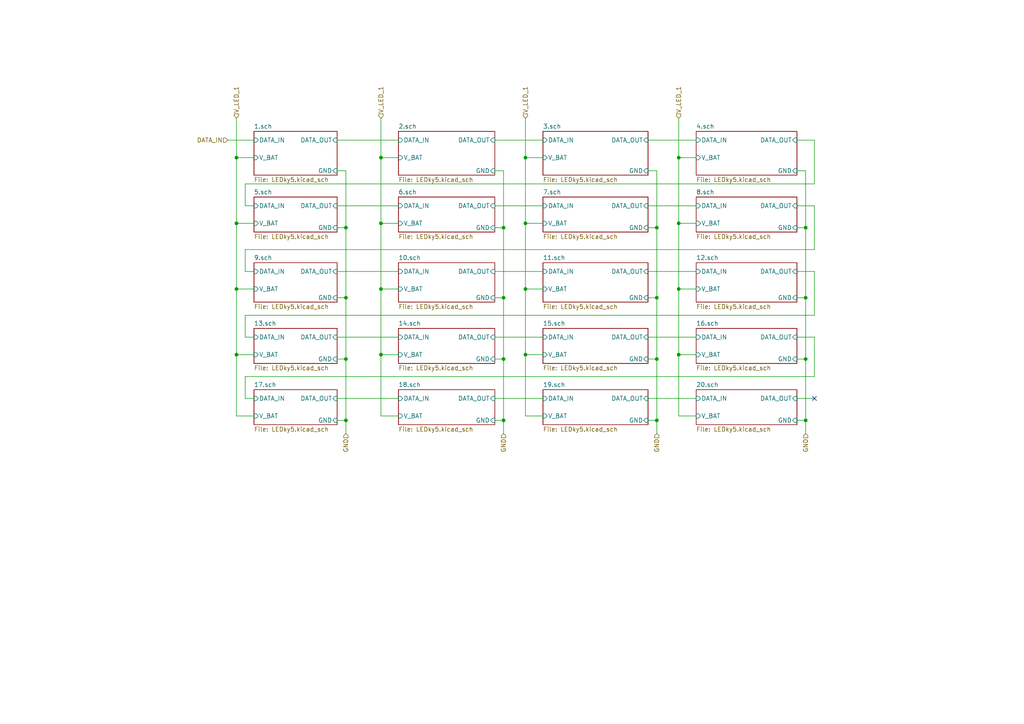
<source format=kicad_sch>
(kicad_sch (version 20230121) (generator eeschema)
  (paper "A4")
  (lib_symbols)
  (junction (at 68.58 83.82))
  (junction (at 68.58 102.87))
  (junction (at 196.85 83.82))
  (junction (at 190.5 104.14))
  (junction (at 110.49 102.87))
  (junction (at 233.68 121.92))
  (junction (at 110.49 83.82))
  (junction (at 152.4 45.72))
  (junction (at 196.85 102.87))
  (junction (at 68.58 64.77))
  (junction (at 68.58 45.72))
  (junction (at 190.5 121.92))
  (junction (at 196.85 64.77))
  (junction (at 190.5 66.04))
  (junction (at 152.4 102.87))
  (junction (at 146.05 104.14))
  (junction (at 233.68 104.14))
  (junction (at 146.05 66.04))
  (junction (at 233.68 86.36))
  (junction (at 100.33 104.14))
  (junction (at 100.33 121.92))
  (junction (at 100.33 86.36))
  (junction (at 100.33 66.04))
  (junction (at 146.05 86.36))
  (junction (at 152.4 64.77))
  (junction (at 233.68 66.04))
  (junction (at 152.4 83.82))
  (junction (at 196.85 45.72))
  (junction (at 190.5 86.36))
  (junction (at 110.49 45.72))
  (junction (at 146.05 121.92))
  (junction (at 110.49 64.77))
  (no_connect (at 236.22 115.57))
  (wire (pts (xy 115.57 115.57) (xy 97.79 115.57)))
  (wire (pts (xy 146.05 86.36) (xy 146.05 104.14)))
  (wire (pts (xy 100.33 121.92) (xy 97.79 121.92)))
  (wire (pts (xy 233.68 121.92) (xy 233.68 125.73)))
  (wire (pts (xy 71.12 72.39) (xy 71.12 78.74)))
  (wire (pts (xy 196.85 102.87) (xy 201.93 102.87)))
  (wire (pts (xy 190.5 49.53) (xy 190.5 66.04)))
  (wire (pts (xy 236.22 78.74) (xy 236.22 91.44)))
  (wire (pts (xy 71.12 78.74) (xy 73.66 78.74)))
  (wire (pts (xy 236.22 91.44) (xy 71.12 91.44)))
  (wire (pts (xy 100.33 49.53) (xy 100.33 66.04)))
  (wire (pts (xy 201.93 97.79) (xy 187.96 97.79)))
  (wire (pts (xy 68.58 64.77) (xy 73.66 64.77)))
  (wire (pts (xy 66.04 40.64) (xy 73.66 40.64)))
  (wire (pts (xy 110.49 45.72) (xy 110.49 64.77)))
  (wire (pts (xy 157.48 40.64) (xy 143.51 40.64)))
  (wire (pts (xy 68.58 64.77) (xy 68.58 83.82)))
  (wire (pts (xy 68.58 102.87) (xy 68.58 120.65)))
  (wire (pts (xy 68.58 45.72) (xy 73.66 45.72)))
  (wire (pts (xy 146.05 49.53) (xy 146.05 66.04)))
  (wire (pts (xy 71.12 109.22) (xy 71.12 115.57)))
  (wire (pts (xy 68.58 34.29) (xy 68.58 45.72)))
  (wire (pts (xy 152.4 34.29) (xy 152.4 45.72)))
  (wire (pts (xy 196.85 64.77) (xy 196.85 83.82)))
  (wire (pts (xy 115.57 78.74) (xy 97.79 78.74)))
  (wire (pts (xy 201.93 78.74) (xy 187.96 78.74)))
  (wire (pts (xy 115.57 120.65) (xy 110.49 120.65)))
  (wire (pts (xy 68.58 102.87) (xy 73.66 102.87)))
  (wire (pts (xy 97.79 40.64) (xy 115.57 40.64)))
  (wire (pts (xy 196.85 83.82) (xy 201.93 83.82)))
  (wire (pts (xy 110.49 64.77) (xy 115.57 64.77)))
  (wire (pts (xy 146.05 121.92) (xy 143.51 121.92)))
  (wire (pts (xy 236.22 72.39) (xy 71.12 72.39)))
  (wire (pts (xy 157.48 120.65) (xy 152.4 120.65)))
  (wire (pts (xy 68.58 83.82) (xy 68.58 102.87)))
  (wire (pts (xy 233.68 104.14) (xy 231.14 104.14)))
  (wire (pts (xy 152.4 102.87) (xy 157.48 102.87)))
  (wire (pts (xy 201.93 40.64) (xy 187.96 40.64)))
  (wire (pts (xy 196.85 45.72) (xy 201.93 45.72)))
  (wire (pts (xy 233.68 49.53) (xy 233.68 66.04)))
  (wire (pts (xy 236.22 109.22) (xy 71.12 109.22)))
  (wire (pts (xy 97.79 86.36) (xy 100.33 86.36)))
  (wire (pts (xy 152.4 45.72) (xy 157.48 45.72)))
  (wire (pts (xy 233.68 49.53) (xy 231.14 49.53)))
  (wire (pts (xy 152.4 102.87) (xy 152.4 120.65)))
  (wire (pts (xy 97.79 59.69) (xy 115.57 59.69)))
  (wire (pts (xy 187.96 86.36) (xy 190.5 86.36)))
  (wire (pts (xy 110.49 45.72) (xy 115.57 45.72)))
  (wire (pts (xy 152.4 45.72) (xy 152.4 64.77)))
  (wire (pts (xy 71.12 97.79) (xy 73.66 97.79)))
  (wire (pts (xy 146.05 66.04) (xy 143.51 66.04)))
  (wire (pts (xy 97.79 97.79) (xy 115.57 97.79)))
  (wire (pts (xy 100.33 66.04) (xy 97.79 66.04)))
  (wire (pts (xy 196.85 64.77) (xy 201.93 64.77)))
  (wire (pts (xy 100.33 49.53) (xy 97.79 49.53)))
  (wire (pts (xy 143.51 97.79) (xy 157.48 97.79)))
  (wire (pts (xy 152.4 64.77) (xy 152.4 83.82)))
  (wire (pts (xy 146.05 121.92) (xy 146.05 125.73)))
  (wire (pts (xy 110.49 83.82) (xy 110.49 102.87)))
  (wire (pts (xy 187.96 59.69) (xy 201.93 59.69)))
  (wire (pts (xy 196.85 83.82) (xy 196.85 102.87)))
  (wire (pts (xy 152.4 83.82) (xy 157.48 83.82)))
  (wire (pts (xy 233.68 66.04) (xy 233.68 86.36)))
  (wire (pts (xy 71.12 91.44) (xy 71.12 97.79)))
  (wire (pts (xy 190.5 121.92) (xy 190.5 125.73)))
  (wire (pts (xy 110.49 102.87) (xy 110.49 120.65)))
  (wire (pts (xy 196.85 34.29) (xy 196.85 45.72)))
  (wire (pts (xy 157.48 78.74) (xy 143.51 78.74)))
  (wire (pts (xy 190.5 104.14) (xy 187.96 104.14)))
  (wire (pts (xy 110.49 102.87) (xy 115.57 102.87)))
  (wire (pts (xy 231.14 59.69) (xy 236.22 59.69)))
  (wire (pts (xy 71.12 115.57) (xy 73.66 115.57)))
  (wire (pts (xy 146.05 49.53) (xy 143.51 49.53)))
  (wire (pts (xy 146.05 104.14) (xy 146.05 121.92)))
  (wire (pts (xy 190.5 66.04) (xy 190.5 86.36)))
  (wire (pts (xy 143.51 86.36) (xy 146.05 86.36)))
  (wire (pts (xy 110.49 64.77) (xy 110.49 83.82)))
  (wire (pts (xy 146.05 104.14) (xy 143.51 104.14)))
  (wire (pts (xy 233.68 66.04) (xy 231.14 66.04)))
  (wire (pts (xy 146.05 66.04) (xy 146.05 86.36)))
  (wire (pts (xy 68.58 45.72) (xy 68.58 64.77)))
  (wire (pts (xy 236.22 53.34) (xy 71.12 53.34)))
  (wire (pts (xy 100.33 104.14) (xy 100.33 121.92)))
  (wire (pts (xy 190.5 66.04) (xy 187.96 66.04)))
  (wire (pts (xy 236.22 59.69) (xy 236.22 72.39)))
  (wire (pts (xy 196.85 102.87) (xy 196.85 120.65)))
  (wire (pts (xy 110.49 34.29) (xy 110.49 45.72)))
  (wire (pts (xy 68.58 83.82) (xy 73.66 83.82)))
  (wire (pts (xy 190.5 86.36) (xy 190.5 104.14)))
  (wire (pts (xy 100.33 104.14) (xy 97.79 104.14)))
  (wire (pts (xy 100.33 86.36) (xy 100.33 104.14)))
  (wire (pts (xy 100.33 66.04) (xy 100.33 86.36)))
  (wire (pts (xy 231.14 40.64) (xy 236.22 40.64)))
  (wire (pts (xy 190.5 104.14) (xy 190.5 121.92)))
  (wire (pts (xy 71.12 53.34) (xy 71.12 59.69)))
  (wire (pts (xy 73.66 120.65) (xy 68.58 120.65)))
  (wire (pts (xy 201.93 115.57) (xy 187.96 115.57)))
  (wire (pts (xy 110.49 83.82) (xy 115.57 83.82)))
  (wire (pts (xy 236.22 40.64) (xy 236.22 53.34)))
  (wire (pts (xy 152.4 64.77) (xy 157.48 64.77)))
  (wire (pts (xy 190.5 49.53) (xy 187.96 49.53)))
  (wire (pts (xy 143.51 59.69) (xy 157.48 59.69)))
  (wire (pts (xy 201.93 120.65) (xy 196.85 120.65)))
  (wire (pts (xy 231.14 115.57) (xy 236.22 115.57)))
  (wire (pts (xy 152.4 83.82) (xy 152.4 102.87)))
  (wire (pts (xy 157.48 115.57) (xy 143.51 115.57)))
  (wire (pts (xy 233.68 104.14) (xy 233.68 121.92)))
  (wire (pts (xy 233.68 121.92) (xy 231.14 121.92)))
  (wire (pts (xy 100.33 121.92) (xy 100.33 125.73)))
  (wire (pts (xy 231.14 86.36) (xy 233.68 86.36)))
  (wire (pts (xy 233.68 86.36) (xy 233.68 104.14)))
  (wire (pts (xy 231.14 78.74) (xy 236.22 78.74)))
  (wire (pts (xy 196.85 45.72) (xy 196.85 64.77)))
  (wire (pts (xy 236.22 97.79) (xy 236.22 109.22)))
  (wire (pts (xy 71.12 59.69) (xy 73.66 59.69)))
  (wire (pts (xy 190.5 121.92) (xy 187.96 121.92)))
  (wire (pts (xy 231.14 97.79) (xy 236.22 97.79)))
  (hierarchical_label "V_LED_1" (shape input) (at 152.4 34.29 90))
  (hierarchical_label "GND" (shape input) (at 146.05 125.73 270))
  (hierarchical_label "V_LED_1" (shape input) (at 196.85 34.29 90))
  (hierarchical_label "GND" (shape input) (at 190.5 125.73 270))
  (hierarchical_label "V_LED_1" (shape input) (at 110.49 34.29 90))
  (hierarchical_label "GND" (shape input) (at 100.33 125.73 270))
  (hierarchical_label "GND" (shape input) (at 233.68 125.73 270))
  (hierarchical_label "V_LED_1" (shape input) (at 68.58 34.29 90))
  (hierarchical_label "DATA_IN" (shape input) (at 66.04 40.64 180))
  (sheet (at 73.66 38.1) (size 24.13 12.7)
    (property "Sheetname" "1.sch" (at 73.66 37.3884 0) (effects (justify left bottom)))
    (property "Sheetfile" "LEDky5.kicad_sch" (at 73.66 51.3846 0) (effects (justify left top)))
    (pin "DATA_IN" input (at 73.66 40.64 180))
    (pin "DATA_OUT" input (at 97.79 40.64 0))
    (pin "V_BAT" input (at 73.66 45.72 180))
    (pin "GND" input (at 97.79 49.53 0))
  )
  (sheet (at 115.57 38.1) (size 27.94 12.7)
    (property "Sheetname" "2.sch" (at 115.57 37.3884 0) (effects (justify left bottom)))
    (property "Sheetfile" "LEDky5.kicad_sch" (at 115.57 51.3846 0) (effects (justify left top)))
    (pin "DATA_IN" input (at 115.57 40.64 180))
    (pin "V_BAT" input (at 115.57 45.72 180))
    (pin "DATA_OUT" input (at 143.51 40.64 0))
    (pin "GND" input (at 143.51 49.53 0))
  )
  (sheet (at 157.48 38.1) (size 30.48 12.7)
    (property "Sheetname" "3.sch" (at 157.48 37.3884 0) (effects (justify left bottom)))
    (property "Sheetfile" "LEDky5.kicad_sch" (at 157.48 51.3846 0) (effects (justify left top)))
    (pin "DATA_IN" input (at 157.48 40.64 180))
    (pin "V_BAT" input (at 157.48 45.72 180))
    (pin "DATA_OUT" input (at 187.96 40.64 0))
    (pin "GND" input (at 187.96 49.53 0))
  )
  (sheet (at 201.93 38.1) (size 29.21 12.7)
    (property "Sheetname" "4.sch" (at 201.93 37.3884 0) (effects (justify left bottom)))
    (property "Sheetfile" "LEDky5.kicad_sch" (at 201.93 51.3846 0) (effects (justify left top)))
    (pin "DATA_IN" input (at 201.93 40.64 180))
    (pin "V_BAT" input (at 201.93 45.72 180))
    (pin "DATA_OUT" input (at 231.14 40.64 0))
    (pin "GND" input (at 231.14 49.53 0))
  )
  (sheet (at 73.66 57.15) (size 24.13 10.16)
    (property "Sheetname" "5.sch" (at 73.66 56.4384 0) (effects (justify left bottom)))
    (property "Sheetfile" "LEDky5.kicad_sch" (at 73.66 67.8946 0) (effects (justify left top)))
    (pin "DATA_IN" input (at 73.66 59.69 180))
    (pin "V_BAT" input (at 73.66 64.77 180))
    (pin "DATA_OUT" input (at 97.79 59.69 0))
    (pin "GND" input (at 97.79 66.04 0))
  )
  (sheet (at 115.57 57.15) (size 27.94 10.16)
    (property "Sheetname" "6.sch" (at 115.57 56.4384 0) (effects (justify left bottom)))
    (property "Sheetfile" "LEDky5.kicad_sch" (at 115.57 67.8946 0) (effects (justify left top)))
    (pin "DATA_IN" input (at 115.57 59.69 180))
    (pin "V_BAT" input (at 115.57 64.77 180))
    (pin "DATA_OUT" input (at 143.51 59.69 0))
    (pin "GND" input (at 143.51 66.04 0))
  )
  (sheet (at 157.48 57.15) (size 30.48 10.16)
    (property "Sheetname" "7.sch" (at 157.48 56.4384 0) (effects (justify left bottom)))
    (property "Sheetfile" "LEDky5.kicad_sch" (at 157.48 67.8946 0) (effects (justify left top)))
    (pin "DATA_IN" input (at 157.48 59.69 180))
    (pin "V_BAT" input (at 157.48 64.77 180))
    (pin "DATA_OUT" input (at 187.96 59.69 0))
    (pin "GND" input (at 187.96 66.04 0))
  )
  (sheet (at 201.93 57.15) (size 29.21 10.16)
    (property "Sheetname" "8.sch" (at 201.93 56.4384 0) (effects (justify left bottom)))
    (property "Sheetfile" "LEDky5.kicad_sch" (at 201.93 67.8946 0) (effects (justify left top)))
    (pin "DATA_IN" input (at 201.93 59.69 180))
    (pin "V_BAT" input (at 201.93 64.77 180))
    (pin "DATA_OUT" input (at 231.14 59.69 0))
    (pin "GND" input (at 231.14 66.04 0))
  )
  (sheet (at 73.66 76.2) (size 24.13 11.43)
    (property "Sheetname" "9.sch" (at 73.66 75.4884 0) (effects (justify left bottom)))
    (property "Sheetfile" "LEDky5.kicad_sch" (at 73.66 88.2146 0) (effects (justify left top)))
    (pin "DATA_IN" input (at 73.66 78.74 180))
    (pin "V_BAT" input (at 73.66 83.82 180))
    (pin "DATA_OUT" input (at 97.79 78.74 0))
    (pin "GND" input (at 97.79 86.36 0))
  )
  (sheet (at 115.57 76.2) (size 27.94 11.43)
    (property "Sheetname" "10.sch" (at 115.57 75.4884 0) (effects (justify left bottom)))
    (property "Sheetfile" "LEDky5.kicad_sch" (at 115.57 88.2146 0) (effects (justify left top)))
    (pin "DATA_IN" input (at 115.57 78.74 180))
    (pin "V_BAT" input (at 115.57 83.82 180))
    (pin "DATA_OUT" input (at 143.51 78.74 0))
    (pin "GND" input (at 143.51 86.36 0))
  )
  (sheet (at 157.48 76.2) (size 30.48 11.43)
    (property "Sheetname" "11.sch" (at 157.48 75.4884 0) (effects (justify left bottom)))
    (property "Sheetfile" "LEDky5.kicad_sch" (at 157.48 88.2146 0) (effects (justify left top)))
    (pin "DATA_IN" input (at 157.48 78.74 180))
    (pin "V_BAT" input (at 157.48 83.82 180))
    (pin "DATA_OUT" input (at 187.96 78.74 0))
    (pin "GND" input (at 187.96 86.36 0))
  )
  (sheet (at 201.93 76.2) (size 29.21 11.43)
    (property "Sheetname" "12.sch" (at 201.93 75.4884 0) (effects (justify left bottom)))
    (property "Sheetfile" "LEDky5.kicad_sch" (at 201.93 88.2146 0) (effects (justify left top)))
    (pin "DATA_IN" input (at 201.93 78.74 180))
    (pin "V_BAT" input (at 201.93 83.82 180))
    (pin "DATA_OUT" input (at 231.14 78.74 0))
    (pin "GND" input (at 231.14 86.36 0))
  )
  (sheet (at 73.66 95.25) (size 24.13 10.16)
    (property "Sheetname" "13.sch" (at 73.66 94.5384 0) (effects (justify left bottom)))
    (property "Sheetfile" "LEDky5.kicad_sch" (at 73.66 105.9946 0) (effects (justify left top)))
    (pin "DATA_IN" input (at 73.66 97.79 180))
    (pin "V_BAT" input (at 73.66 102.87 180))
    (pin "DATA_OUT" input (at 97.79 97.79 0))
    (pin "GND" input (at 97.79 104.14 0))
  )
  (sheet (at 115.57 95.25) (size 27.94 10.16)
    (property "Sheetname" "14.sch" (at 115.57 94.5384 0) (effects (justify left bottom)))
    (property "Sheetfile" "LEDky5.kicad_sch" (at 115.57 105.9946 0) (effects (justify left top)))
    (pin "DATA_IN" input (at 115.57 97.79 180))
    (pin "V_BAT" input (at 115.57 102.87 180))
    (pin "DATA_OUT" input (at 143.51 97.79 0))
    (pin "GND" input (at 143.51 104.14 0))
  )
  (sheet (at 157.48 95.25) (size 30.48 10.16)
    (property "Sheetname" "15.sch" (at 157.48 94.5384 0) (effects (justify left bottom)))
    (property "Sheetfile" "LEDky5.kicad_sch" (at 157.48 105.9946 0) (effects (justify left top)))
    (pin "DATA_IN" input (at 157.48 97.79 180))
    (pin "V_BAT" input (at 157.48 102.87 180))
    (pin "DATA_OUT" input (at 187.96 97.79 0))
    (pin "GND" input (at 187.96 104.14 0))
  )
  (sheet (at 201.93 95.25) (size 29.21 10.16)
    (property "Sheetname" "16.sch" (at 201.93 94.5384 0) (effects (justify left bottom)))
    (property "Sheetfile" "LEDky5.kicad_sch" (at 201.93 105.9946 0) (effects (justify left top)))
    (pin "DATA_IN" input (at 201.93 97.79 180))
    (pin "V_BAT" input (at 201.93 102.87 180))
    (pin "DATA_OUT" input (at 231.14 97.79 0))
    (pin "GND" input (at 231.14 104.14 0))
  )
  (sheet (at 73.66 113.03) (size 24.13 10.16)
    (property "Sheetname" "17.sch" (at 73.66 112.3184 0) (effects (justify left bottom)))
    (property "Sheetfile" "LEDky5.kicad_sch" (at 73.66 123.7746 0) (effects (justify left top)))
    (pin "DATA_IN" input (at 73.66 115.57 180))
    (pin "V_BAT" input (at 73.66 120.65 180))
    (pin "DATA_OUT" input (at 97.79 115.57 0))
    (pin "GND" input (at 97.79 121.92 0))
  )
  (sheet (at 115.57 113.03) (size 27.94 10.16)
    (property "Sheetname" "18.sch" (at 115.57 112.3184 0) (effects (justify left bottom)))
    (property "Sheetfile" "LEDky5.kicad_sch" (at 115.57 123.7746 0) (effects (justify left top)))
    (pin "DATA_IN" input (at 115.57 115.57 180))
    (pin "V_BAT" input (at 115.57 120.65 180))
    (pin "DATA_OUT" input (at 143.51 115.57 0))
    (pin "GND" input (at 143.51 121.92 0))
  )
  (sheet (at 157.48 113.03) (size 30.48 10.16)
    (property "Sheetname" "19.sch" (at 157.48 112.3184 0) (effects (justify left bottom)))
    (property "Sheetfile" "LEDky5.kicad_sch" (at 157.48 123.7746 0) (effects (justify left top)))
    (pin "DATA_IN" input (at 157.48 115.57 180))
    (pin "V_BAT" input (at 157.48 120.65 180))
    (pin "DATA_OUT" input (at 187.96 115.57 0))
    (pin "GND" input (at 187.96 121.92 0))
  )
  (sheet (at 201.93 113.03) (size 29.21 10.16)
    (property "Sheetname" "20.sch" (at 201.93 112.3184 0) (effects (justify left bottom)))
    (property "Sheetfile" "LEDky5.kicad_sch" (at 201.93 123.7746 0) (effects (justify left top)))
    (pin "DATA_IN" input (at 201.93 115.57 180))
    (pin "V_BAT" input (at 201.93 120.65 180))
    (pin "DATA_OUT" input (at 231.14 115.57 0))
    (pin "GND" input (at 231.14 121.92 0))
  )
)
</source>
